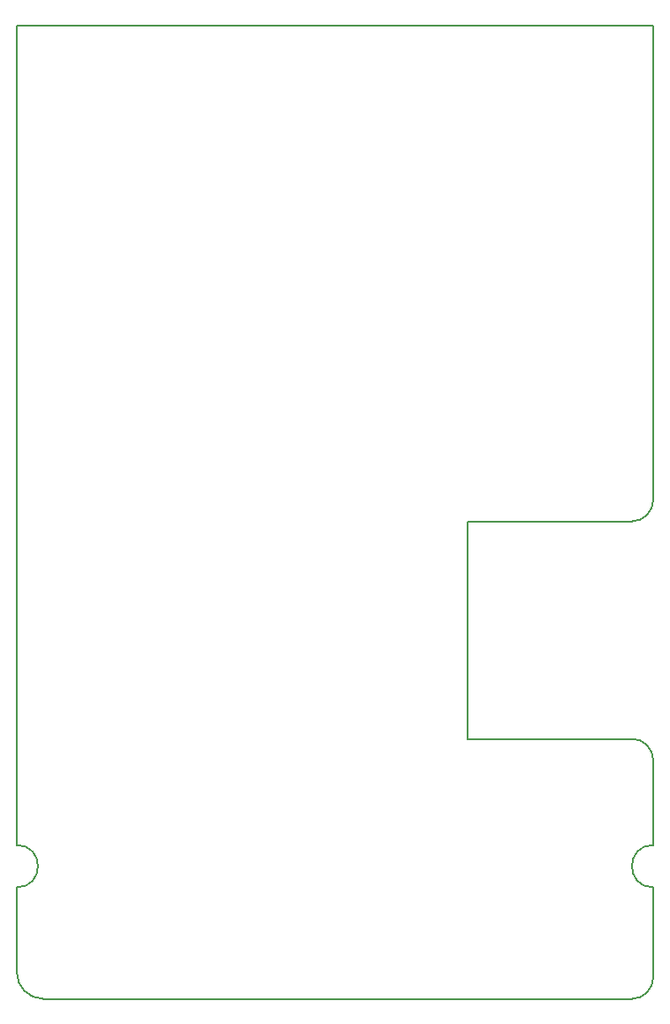
<source format=gbr>
G04 #@! TF.GenerationSoftware,KiCad,Pcbnew,(5.0.0)*
G04 #@! TF.CreationDate,2018-09-29T17:08:45-05:00*
G04 #@! TF.ProjectId,DriveBoard_Hardware,4472697665426F6172645F4861726477,rev?*
G04 #@! TF.SameCoordinates,Original*
G04 #@! TF.FileFunction,Profile,NP*
%FSLAX46Y46*%
G04 Gerber Fmt 4.6, Leading zero omitted, Abs format (unit mm)*
G04 Created by KiCad (PCBNEW (5.0.0)) date 09/29/18 17:08:45*
%MOMM*%
%LPD*%
G01*
G04 APERTURE LIST*
%ADD10C,0.150000*%
G04 APERTURE END LIST*
D10*
X119634000Y-138176000D02*
G75*
G02X117094000Y-135636000I0J2540000D01*
G01*
X117094000Y-123444000D02*
G75*
G02X117094000Y-127508000I0J-2032000D01*
G01*
X178054000Y-136144000D02*
G75*
G02X176022000Y-138176000I-2032000J0D01*
G01*
X178054000Y-127508000D02*
G75*
G02X178054000Y-123444000I0J2032000D01*
G01*
X176022000Y-113284000D02*
G75*
G02X178054000Y-115316000I0J-2032000D01*
G01*
X178054000Y-90424000D02*
G75*
G02X176022000Y-92456000I-2032000J0D01*
G01*
X117094000Y-123444000D02*
X117094000Y-44958000D01*
X117094000Y-135636000D02*
X117094000Y-127508000D01*
X176022000Y-138176000D02*
X119634000Y-138176000D01*
X178054000Y-127508000D02*
X178054000Y-136144000D01*
X178054000Y-115316000D02*
X178054000Y-123444000D01*
X160274000Y-113284000D02*
X176022000Y-113284000D01*
X160274000Y-92456000D02*
X160274000Y-113284000D01*
X176022000Y-92456000D02*
X160274000Y-92456000D01*
X178054000Y-44958000D02*
X178054000Y-90424000D01*
X117094000Y-44958000D02*
X178054000Y-44958000D01*
M02*

</source>
